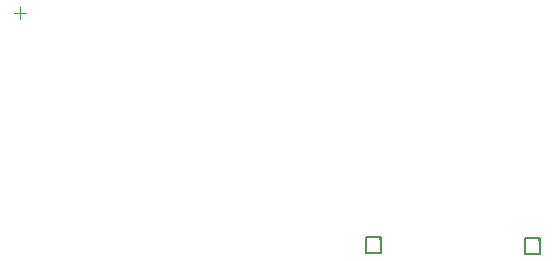
<source format=gbr>
%TF.GenerationSoftware,Altium Limited,Altium Designer,22.2.1 (43)*%
G04 Layer_Color=32896*
%FSLAX26Y26*%
%MOIN*%
%TF.SameCoordinates,49CA406D-FE3E-4379-A0B2-47437619DC98*%
%TF.FilePolarity,Positive*%
%TF.FileFunction,Other,Bottom_Component_Center*%
%TF.Part,Single*%
G01*
G75*
%TA.AperFunction,NonConductor*%
%ADD130C,0.003937*%
%ADD135C,0.006000*%
D130*
X605315Y965000D02*
X644685Y965000D01*
X625000Y945315D02*
X625000Y984685D01*
D135*
X1822364Y217205D02*
X1830364Y209205D01*
X1778363Y165205D02*
X1830363Y165205D01*
X1778363Y165205D02*
X1778364Y217205D01*
X1830364Y217206D01*
X1830363Y165205D02*
X1830364Y217206D01*
X1822364Y217205D02*
X1830364Y209205D01*
X1778363Y165205D02*
X1830363Y165205D01*
X1778363Y165205D02*
X1778364Y217205D01*
X1830364Y217206D01*
X1830363Y165205D02*
X1830364Y217206D01*
X2352568Y213599D02*
X2360569Y205598D01*
X2308568Y161599D02*
X2360569Y161598D01*
X2308568Y161599D02*
X2308568Y213598D01*
X2360568Y213598D01*
X2360569Y161598D01*
X2352568Y213599D02*
X2360569Y205598D01*
X2308568Y161599D02*
X2360569Y161598D01*
X2308568Y161599D02*
X2308568Y213598D01*
X2360568Y213598D01*
X2360569Y161598D01*
%TF.MD5,357f68794cd84494896be3b441a6822b*%
M02*

</source>
